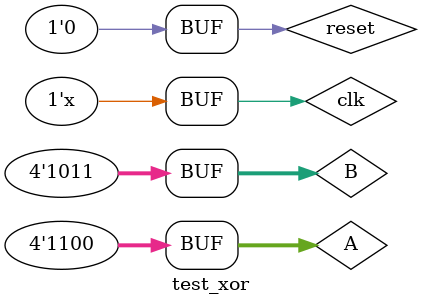
<source format=sv>
 `timescale 10 ns / 1 ps
 module test_xor();
 reg clk=0;
 reg reset=0;
 reg [3:0] A=0, B=0;
 reg [3:0] Y, golden_ref_output;
 reg [3:0] i;

 always #5 clk=~clk;

 initial 
	begin
		reset=1'b1;
		#10 reset=1'b0;
		#0 A=4'b0001;
		#0 B=4'b1001;
		#10 A=4'b0011;
		#0 B=4'b1010;
		#10 A=4'b0111;
		#0 B=4'b1011;
		#10 A=4'b1100;
		#0 B=4'b1010;
		#10 A=4'b1100;
		#0 B=4'b1011;

	end

 xor_design u0_xordesign(.clk(clk),
						 .reset(reset),
						 .a(A),
						 .b(B),
						 .y(Y));
 endmodule

</source>
